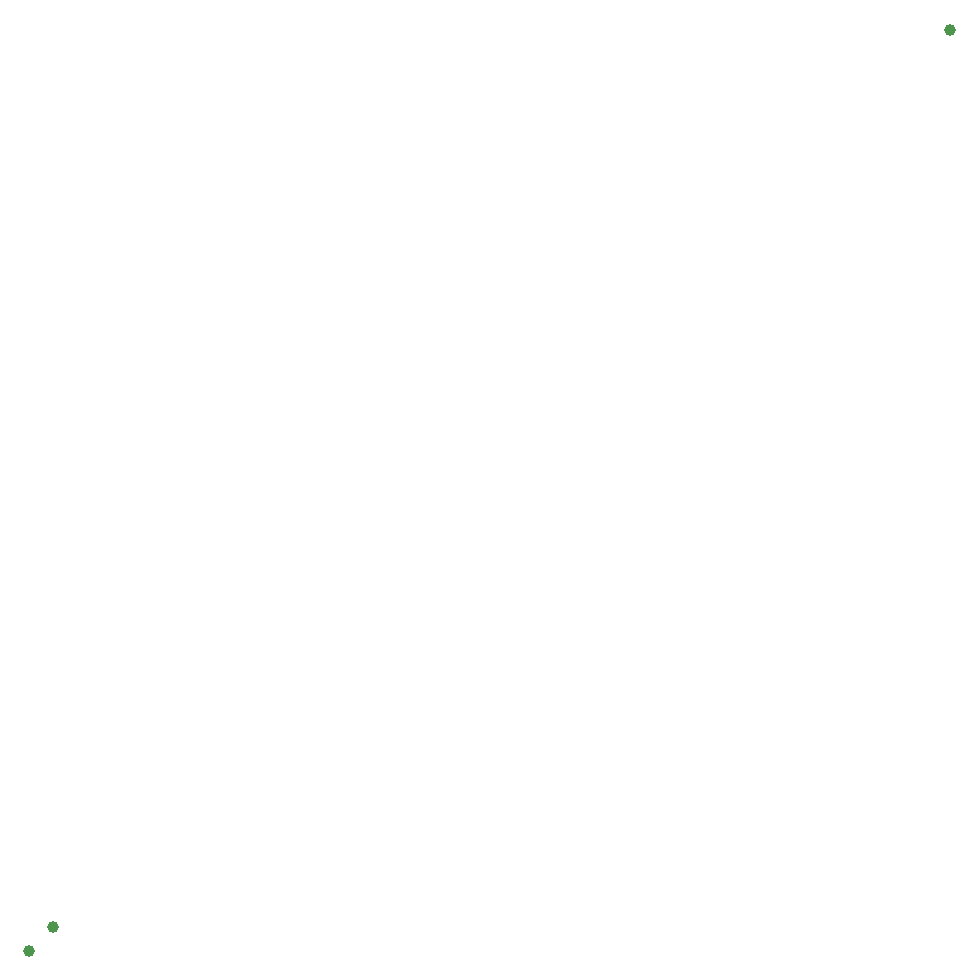
<source format=gbr>
G04 Examples for testing time performance of Gerber parsers*
%FSLAX26Y26*%
%MOMM*%
%ADD10C,1*%
%LPD*%
D10*
X0Y0D03*
X78000000Y78000000D03*
X2000000Y2000000D03*
M02*

</source>
